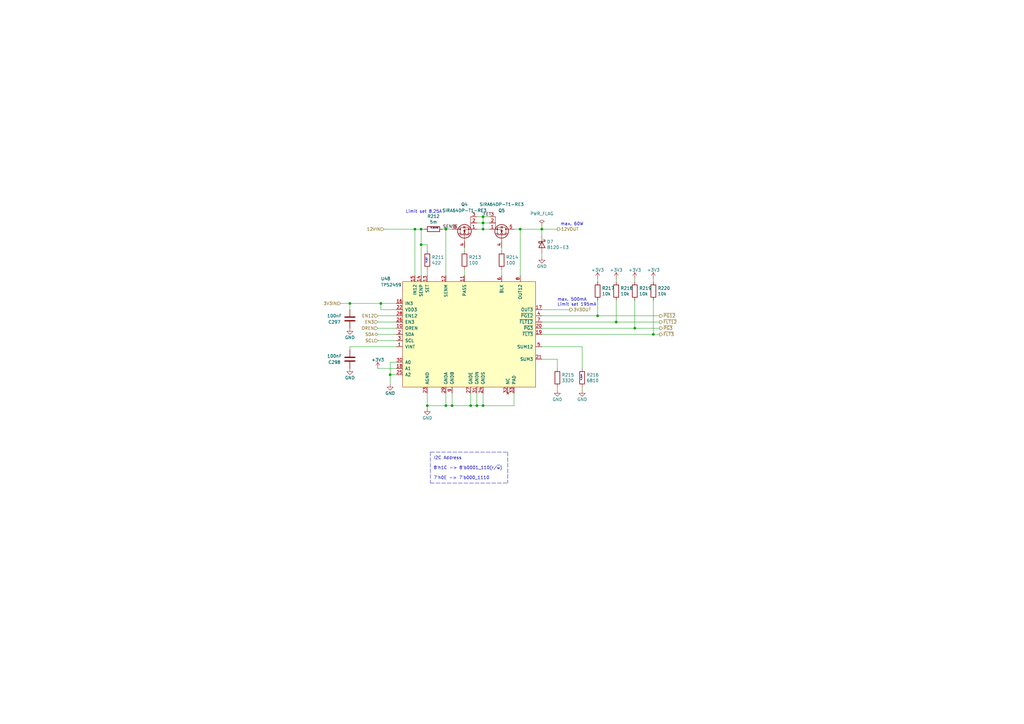
<source format=kicad_sch>
(kicad_sch (version 20211123) (generator eeschema)
  (paper "A3")
  (title_block (title "ATCA Template") (date "2023-01-05") (rev "1.0") (company "Karlsruhe Institute of Technology (KIT)") (comment 1 "Carsten Schmerbeck") (comment 2 "Luis Ardila") (comment 4 "Licensed under CERN-OHL-P v2"))
  (lib_symbols
    (symbol "Device:C" (pin_numbers hide) (pin_names (offset 0.254))
      (property "Reference" "C" (at 0.635 2.54 0))
      (property "Value" "C" (at 0.635 -2.54 0))
      (symbol "C_0_1"
        (polyline (pts (xy -2.032 -0.762) (xy 2.032 -0.762)) (stroke (width 0.508)))
        (polyline (pts (xy -2.032 0.762) (xy 2.032 0.762)) (stroke (width 0.508)))
      )
      (symbol "C_1_1"
        (pin passive line (at 0 3.81 270) (length 2.794) (name "~") (number "1"))
        (pin passive line (at 0 -3.81 90) (length 2.794) (name "~") (number "2"))
      )
    )
    (symbol "Device:R" (pin_numbers hide) (pin_names (offset 0))
      (property "Reference" "R" (at 2.032 0 90))
      (property "Value" "R" (at 0 0 90))
      (symbol "R_0_1"
        (rectangle (start -1.016 -2.54) (end 1.016 2.54) (stroke (width 0.254)))
      )
      (symbol "R_1_1"
        (pin passive line (at 0 3.81 270) (length 1.27) (name "~") (number "1"))
        (pin passive line (at 0 -3.81 90) (length 1.27) (name "~") (number "2"))
      )
    )
    (symbol "Diode:B120-E3" (pin_numbers hide) (pin_names hide)
      (property "Reference" "D" (at 0 2.54 0))
      (property "Value" "B120-E3" (at 0 -2.54 0))
      (symbol "B120-E3_0_1"
        (polyline (pts (xy 1.27 0) (xy -1.27 0)))
        (polyline (pts (xy 1.27 1.27) (xy 1.27 -1.27) (xy -1.27 0) (xy 1.27 1.27)) (stroke (width 0.254)))
        (polyline (pts (xy -1.905 0.635) (xy -1.905 1.27) (xy -1.27 1.27) (xy -1.27 -1.27) (xy -0.635 -1.27) (xy -0.635 -0.635)) (stroke (width 0.254)))
      )
      (symbol "B120-E3_1_1"
        (pin passive line (at -3.81 0 0) (length 2.54) (name "K") (number "1"))
        (pin passive line (at 3.81 0 180) (length 2.54) (name "A") (number "2"))
      )
    )
    (symbol "KIT_Power_Management:TPS2459" (pin_names (offset 1.016))
      (property "Reference" "U20" (at -6.35 10.16 0))
      (property "Value" "TPS2459" (at -6.35 7.62 0))
      (symbol "TPS2459_0_1"
        (rectangle (start 2.54 8.89) (end 57.15 -34.29) (fill (type background)))
      )
      (symbol "TPS2459_1_1"
        (pin passive line (at 0 -17.78 0) (length 2.54) (name "VINT") (number "1"))
        (pin input line (at 0 -10.16 0) (length 2.54) (name "OREN") (number "10"))
        (pin output line (at 27.94 11.43 270) (length 2.54) (name "PASS") (number "11"))
        (pin input line (at 20.32 11.43 270) (length 2.54) (name "SENM") (number "12"))
        (pin input line (at 12.7 11.43 270) (length 2.54) (name "SET") (number "13"))
        (pin input line (at 10.16 11.43 270) (length 2.54) (name "SENP") (number "14"))
        (pin input line (at 7.62 11.43 270) (length 2.54) (name "IN12") (number "15"))
        (pin input line (at 0 0 0) (length 2.54) (name "IN3") (number "16"))
        (pin power_out line (at 59.69 -2.54 180) (length 2.54) (name "OUT3") (number "17"))
        (pin input line (at 0 -26.67 0) (length 2.54) (name "A1") (number "18"))
        (pin open_collector line (at 59.69 -12.7 180) (length 2.54) (name "~{FLT3}") (number "19"))
        (pin bidirectional line (at 0 -12.7 0) (length 2.54) (name "SDA") (number "2"))
        (pin open_collector line (at 59.69 -10.16 180) (length 2.54) (name "~{PG3}") (number "20"))
        (pin bidirectional line (at 59.69 -22.86 180) (length 2.54) (name "SUM3") (number "21"))
        (pin power_in line (at 0 -2.54 0) (length 2.54) (name "VDD3") (number "22"))
        (pin power_in line (at 12.7 -36.83 90) (length 2.54) (name "AGND") (number "23"))
        (pin power_in line (at 35.56 -36.83 90) (length 2.54) (name "GNDS") (number "24"))
        (pin input line (at 0 -29.21 0) (length 2.54) (name "A2") (number "25"))
        (pin input line (at 0 -7.62 0) (length 2.54) (name "EN3") (number "26"))
        (pin power_in line (at 30.48 -36.83 90) (length 2.54) (name "GNDE") (number "27"))
        (pin input line (at 0 -5.08 0) (length 2.54) (name "EN12") (number "28"))
        (pin power_in line (at 20.32 -36.83 90) (length 2.54) (name "GNDA") (number "29"))
        (pin input line (at 0 -15.24 0) (length 2.54) (name "SCL") (number "3"))
        (pin input line (at 0 -24.13 0) (length 2.54) (name "A0") (number "30"))
        (pin power_in line (at 33.02 -36.83 90) (length 2.54) (name "GNDN") (number "31"))
        (pin no_connect line (at 45.72 -36.83 90) (length 2.54) (name "NC") (number "32"))
        (pin passive line (at 48.26 -36.83 90) (length 2.54) (name "PAD") (number "33"))
        (pin open_collector line (at 59.69 -5.08 180) (length 2.54) (name "~{PG12}") (number "4"))
        (pin bidirectional line (at 59.69 -17.78 180) (length 2.54) (name "SUM12") (number "5"))
        (pin output line (at 43.18 11.43 270) (length 2.54) (name "BLK") (number "6"))
        (pin open_collector line (at 59.69 -7.62 180) (length 2.54) (name "~{FLT12}") (number "7"))
        (pin passive line (at 50.8 11.43 270) (length 2.54) (name "OUT12") (number "8"))
        (pin power_in line (at 22.86 -36.83 90) (length 2.54) (name "GNDB") (number "9"))
      )
    )
    (symbol "KIT_Transistor_FET:SIRA64DP-T1-RE3" (pin_names (offset 0) hide)
      (property "Reference" "Q4" (at 0 12.7 90))
      (property "Value" "SIRA64DP-T1-RE3" (at 0 10.16 90))
      (symbol "SIRA64DP-T1-RE3_0_1"
        (polyline (pts (xy 0.254 0) (xy -2.54 0)))
        (polyline (pts (xy 0.254 1.905) (xy 0.254 -1.905)) (stroke (width 0.254)))
        (polyline (pts (xy 0.762 -1.27) (xy 0.762 -2.286)) (stroke (width 0.254)))
        (polyline (pts (xy 0.762 0.508) (xy 0.762 -0.508)) (stroke (width 0.254)))
        (polyline (pts (xy 0.762 2.286) (xy 0.762 1.27)) (stroke (width 0.254)))
        (polyline (pts (xy 2.54 2.54) (xy 2.54 1.778)))
        (polyline (pts (xy 2.54 -2.54) (xy 2.54 0) (xy 0.762 0)))
        (polyline (pts (xy 2.54 -2.54) (xy 5.08 -2.54) (xy 7.62 -2.54)))
        (polyline (pts (xy 0.762 -1.778) (xy 3.302 -1.778) (xy 3.302 1.778) (xy 0.762 1.778)))
        (polyline (pts (xy 1.016 0) (xy 2.032 0.381) (xy 2.032 -0.381) (xy 1.016 0)) (fill (type outline)))
        (polyline (pts (xy 2.794 0.508) (xy 2.921 0.381) (xy 3.683 0.381) (xy 3.81 0.254)))
        (polyline (pts (xy 3.302 0.381) (xy 2.921 -0.254) (xy 3.683 -0.254) (xy 3.302 0.381)))
        (circle (center 1.651 0) (radius 2.794) (stroke (width 0.254)))
        (circle (center 2.54 -1.778) (radius 0.254) (fill (type outline)))
        (circle (center 2.54 1.778) (radius 0.254) (fill (type outline)))
      )
      (symbol "SIRA64DP-T1-RE3_1_1"
        (pin passive line (at 2.54 -5.08 90) (length 2.54) (name "S") (number "1"))
        (pin passive line (at 5.08 -5.08 90) (length 2.54) (name "S") (number "2"))
        (pin passive line (at 7.62 -5.08 90) (length 2.54) (name "S") (number "3"))
        (pin input line (at -5.08 0 0) (length 2.54) (name "G") (number "4"))
        (pin passive line (at 2.54 5.08 270) (length 2.54) (name "D") (number "5"))
      )
    )
    (symbol "power:+3V3" (power) (pin_names (offset 0))
      (property "Value" "+3V3" (at 0 3.556 0))
      (symbol "+3V3_0_1"
        (polyline (pts (xy -0.762 1.27) (xy 0 2.54)))
        (polyline (pts (xy 0 0) (xy 0 2.54)))
        (polyline (pts (xy 0 2.54) (xy 0.762 1.27)))
      )
      (symbol "+3V3_1_1"
        (pin power_in line (at 0 0 90) (length 0) hide (name "+3V3") (number "1"))
      )
    )
    (symbol "power:GND" (power) (pin_names (offset 0))
      (property "Value" "GND" (at 0 -3.81 0))
      (symbol "GND_0_1"
        (polyline (pts (xy 0 0) (xy 0 -1.27) (xy 1.27 -1.27) (xy 0 -2.54) (xy -1.27 -1.27) (xy 0 -1.27)))
      )
      (symbol "GND_1_1"
        (pin power_in line (at 0 0 270) (length 0) hide (name "GND") (number "1"))
      )
    )
    (symbol "power:PWR_FLAG" (power) (pin_numbers hide) (pin_names (offset 0) hide)
      (property "Value" "PWR_FLAG" (at 0 3.81 0))
      (symbol "PWR_FLAG_0_0"
        (pin power_out line (at 0 0 90) (length 0) (name "pwr") (number "1"))
      )
      (symbol "PWR_FLAG_0_1"
        (polyline (pts (xy 0 0) (xy 0 1.27) (xy -1.016 1.905) (xy 0 2.54) (xy 1.016 1.905) (xy 0 1.27)))
      )
    )
  )
  (junction (at 172.72 93.98))
  (junction (at 160.02 153.67))
  (junction (at 182.88 166.37))
  (junction (at 175.26 166.37))
  (junction (at 198.12 166.37))
  (junction (at 185.42 166.37))
  (junction (at 213.36 93.98))
  (junction (at 195.58 166.37))
  (junction (at 198.12 93.98))
  (junction (at 170.18 93.98))
  (junction (at 198.12 91.44))
  (junction (at 267.97 137.16))
  (junction (at 222.25 93.98))
  (junction (at 143.51 124.46))
  (junction (at 260.35 134.62))
  (junction (at 193.04 166.37))
  (junction (at 156.21 124.46))
  (junction (at 198.12 88.9))
  (junction (at 245.11 129.54))
  (junction (at 182.88 93.98))
  (junction (at 252.73 132.08))
  (junction (at 172.72 100.33))
  (wire (pts (xy 172.72 100.33) (xy 172.72 113.03)))
  (wire (pts (xy 252.73 132.08) (xy 270.51 132.08)))
  (wire (pts (xy 210.82 93.98) (xy 213.36 93.98)))
  (wire (pts (xy 252.73 123.19) (xy 252.73 132.08)))
  (polyline (pts (xy 176.53 185.42) (xy 176.53 198.12)))
  (wire (pts (xy 185.42 161.29) (xy 185.42 166.37)))
  (wire (pts (xy 193.04 161.29) (xy 193.04 166.37)))
  (wire (pts (xy 154.94 139.7) (xy 162.56 139.7)))
  (wire (pts (xy 156.21 124.46) (xy 162.56 124.46)))
  (wire (pts (xy 195.58 88.9) (xy 198.12 88.9)))
  (wire (pts (xy 190.5 113.03) (xy 190.5 110.49)))
  (wire (pts (xy 162.56 151.13) (xy 154.94 151.13)))
  (wire (pts (xy 195.58 161.29) (xy 195.58 166.37)))
  (wire (pts (xy 222.25 132.08) (xy 252.73 132.08)))
  (wire (pts (xy 245.11 123.19) (xy 245.11 129.54)))
  (wire (pts (xy 175.26 166.37) (xy 175.26 167.64)))
  (polyline (pts (xy 176.53 185.42) (xy 208.28 185.42)))
  (wire (pts (xy 245.11 115.57) (xy 245.11 114.3)))
  (wire (pts (xy 222.25 93.98) (xy 228.6 93.98)))
  (wire (pts (xy 205.74 102.87) (xy 205.74 101.6)))
  (wire (pts (xy 252.73 114.3) (xy 252.73 115.57)))
  (wire (pts (xy 139.7 124.46) (xy 143.51 124.46)))
  (wire (pts (xy 195.58 91.44) (xy 198.12 91.44)))
  (wire (pts (xy 222.25 137.16) (xy 267.97 137.16)))
  (wire (pts (xy 162.56 127) (xy 156.21 127)))
  (wire (pts (xy 222.25 142.24) (xy 238.76 142.24)))
  (wire (pts (xy 160.02 157.48) (xy 160.02 153.67)))
  (wire (pts (xy 198.12 88.9) (xy 200.66 88.9)))
  (wire (pts (xy 222.25 92.71) (xy 222.25 93.98)))
  (wire (pts (xy 172.72 93.98) (xy 173.99 93.98)))
  (wire (pts (xy 198.12 91.44) (xy 198.12 93.98)))
  (wire (pts (xy 143.51 124.46) (xy 156.21 124.46)))
  (wire (pts (xy 222.25 105.41) (xy 222.25 104.14)))
  (wire (pts (xy 182.88 166.37) (xy 185.42 166.37)))
  (wire (pts (xy 170.18 113.03) (xy 170.18 93.98)))
  (wire (pts (xy 222.25 129.54) (xy 245.11 129.54)))
  (wire (pts (xy 260.35 115.57) (xy 260.35 114.3)))
  (wire (pts (xy 154.94 132.08) (xy 162.56 132.08)))
  (wire (pts (xy 154.94 129.54) (xy 162.56 129.54)))
  (wire (pts (xy 175.26 102.87) (xy 175.26 100.33)))
  (wire (pts (xy 198.12 161.29) (xy 198.12 166.37)))
  (wire (pts (xy 182.88 161.29) (xy 182.88 166.37)))
  (wire (pts (xy 182.88 93.98) (xy 181.61 93.98)))
  (wire (pts (xy 222.25 134.62) (xy 260.35 134.62)))
  (wire (pts (xy 198.12 166.37) (xy 210.82 166.37)))
  (wire (pts (xy 205.74 110.49) (xy 205.74 113.03)))
  (wire (pts (xy 245.11 129.54) (xy 270.51 129.54)))
  (wire (pts (xy 195.58 93.98) (xy 198.12 93.98)))
  (wire (pts (xy 185.42 166.37) (xy 193.04 166.37)))
  (wire (pts (xy 172.72 100.33) (xy 172.72 93.98)))
  (wire (pts (xy 198.12 88.9) (xy 198.12 91.44)))
  (polyline (pts (xy 208.28 185.42) (xy 208.28 198.12)))
  (wire (pts (xy 222.25 147.32) (xy 228.6 147.32)))
  (wire (pts (xy 238.76 142.24) (xy 238.76 151.13)))
  (wire (pts (xy 267.97 114.3) (xy 267.97 115.57)))
  (wire (pts (xy 200.66 91.44) (xy 198.12 91.44)))
  (wire (pts (xy 175.26 161.29) (xy 175.26 166.37)))
  (wire (pts (xy 238.76 160.02) (xy 238.76 158.75)))
  (wire (pts (xy 160.02 153.67) (xy 162.56 153.67)))
  (wire (pts (xy 160.02 148.59) (xy 162.56 148.59)))
  (wire (pts (xy 157.48 93.98) (xy 170.18 93.98)))
  (wire (pts (xy 170.18 93.98) (xy 172.72 93.98)))
  (wire (pts (xy 267.97 137.16) (xy 270.51 137.16)))
  (wire (pts (xy 172.72 100.33) (xy 175.26 100.33)))
  (wire (pts (xy 175.26 166.37) (xy 182.88 166.37)))
  (wire (pts (xy 162.56 142.24) (xy 143.51 142.24)))
  (wire (pts (xy 193.04 166.37) (xy 195.58 166.37)))
  (wire (pts (xy 267.97 123.19) (xy 267.97 137.16)))
  (wire (pts (xy 260.35 123.19) (xy 260.35 134.62)))
  (wire (pts (xy 154.94 137.16) (xy 162.56 137.16)))
  (wire (pts (xy 210.82 166.37) (xy 210.82 161.29)))
  (wire (pts (xy 154.94 134.62) (xy 162.56 134.62)))
  (wire (pts (xy 198.12 93.98) (xy 200.66 93.98)))
  (wire (pts (xy 175.26 113.03) (xy 175.26 110.49)))
  (wire (pts (xy 213.36 93.98) (xy 213.36 113.03)))
  (polyline (pts (xy 176.53 198.12) (xy 208.28 198.12)))
  (wire (pts (xy 160.02 153.67) (xy 160.02 148.59)))
  (wire (pts (xy 143.51 127) (xy 143.51 124.46)))
  (wire (pts (xy 228.6 147.32) (xy 228.6 151.13)))
  (wire (pts (xy 260.35 134.62) (xy 270.51 134.62)))
  (wire (pts (xy 195.58 166.37) (xy 198.12 166.37)))
  (wire (pts (xy 228.6 160.02) (xy 228.6 158.75)))
  (wire (pts (xy 190.5 102.87) (xy 190.5 101.6)))
  (wire (pts (xy 222.25 96.52) (xy 222.25 93.98)))
  (wire (pts (xy 213.36 93.98) (xy 222.25 93.98)))
  (wire (pts (xy 156.21 127) (xy 156.21 124.46)))
  (wire (pts (xy 182.88 93.98) (xy 182.88 113.03)))
  (wire (pts (xy 143.51 142.24) (xy 143.51 143.51)))
  (wire (pts (xy 222.25 127) (xy 233.68 127)))
  (wire (pts (xy 182.88 93.98) (xy 185.42 93.98)))
  (text "max. 60W" (at 229.87 92.71 0) (effects (font (size 1.27 1.27)) (justify left bottom)))
  (text "R_SET" (at 175.26 107.95 90) (effects (font (size 0.5 0.5)) (justify left bottom)))
  (text "R_SENSE" (at 176.53 93.98 0) (effects (font (size 0.5 0.5)) (justify left bottom)))
  (text "Limit set 8,25A" (at 166.37 87.63 0) (effects (font (size 1.27 1.27)) (justify left bottom)))
  (text "max. 500mA\nLimit set 195mA" (at 228.6 125.73 0) (effects (font (size 1.27 1.27)) (justify left bottom)))
  (text "R_SUM" (at 238.76 156.21 90) (effects (font (size 0.5 0.5)) (justify left bottom)))
  (text "I2C Address\n\n8'h1C -> 8'b0001_110(r/~{w})\n\n7'h0E -> 7'b000_1110\n" (at 177.8 196.85 0) (effects (font (size 1.27 1.27)) (justify left bottom)))
  (label "FET" (at 198.12 88.9 0))
  (label "SENSE" (at 181.61 93.98 0))
  (hierarchical_label "SDA" (shape bidirectional) (at 154.94 137.16 180))
  (hierarchical_label "3V3OUT" (shape output) (at 233.68 127 0))
  (hierarchical_label "3V3IN" (shape input) (at 139.7 124.46 180))
  (hierarchical_label "EN12" (shape input) (at 154.94 129.54 180))
  (hierarchical_label "~{PG12}" (shape output) (at 270.51 129.54 0))
  (hierarchical_label "12VIN" (shape input) (at 157.48 93.98 180))
  (hierarchical_label "~{FLT12}" (shape output) (at 270.51 132.08 0))
  (hierarchical_label "EN3" (shape input) (at 154.94 132.08 180))
  (hierarchical_label "~{FLT3}" (shape output) (at 270.51 137.16 0))
  (hierarchical_label "SCL" (shape input) (at 154.94 139.7 180))
  (hierarchical_label "12VOUT" (shape output) (at 228.6 93.98 0))
  (hierarchical_label "OREN" (shape input) (at 154.94 134.62 180))
  (hierarchical_label "~{PG3}" (shape output) (at 270.51 134.62 0))
  (symbol (lib_id "KIT_Power_Management:TPS2459") (at 162.56 124.46 0) (unit 1)
    (property "Reference" "U48" (at 156.21 114.3 0) (effects (justify left)))
    (property "Value" "TPS2459" (at 156.21 116.84 0) (effects (justify left)))
    (property "Footprint" "KIT_Package_DFN_QFN:QFN-32-1EP_5x5mm_P0.5mm_EP3.45x3.45mm_larger_ThermalVias" (effects hide))
    (property "Datasheet" "https://www.ti.com/lit/ds/symlink/tps2459.pdf" (effects hide))
    (property "digikey#" "296-24211-1-ND" (effects hide))
    (property "manf#" "TPS2459RHBT" (effects hide))
    (property "manf" "Texas Instruments" (effects hide))
    (property "stock" "Order from Rochester Electronics" (effects hide))
  )
  (symbol (lib_id "Device:R") (at 175.26 106.68 0) (unit 1)
    (property "Reference" "R211" (at 177.038 105.5116 0) (effects (justify left)))
    (property "Value" "422" (at 177.038 107.823 0) (effects (justify left)))
    (property "Footprint" "Resistor_SMD:R_0402_1005Metric" (effects hide))
    (property "digikey#" "RMCF0402FT422RCT-ND" (effects hide))
    (property "manf" "Stackpole Electronics Inc" (effects hide))
    (property "manf#" "RMCF0402FT422R" (effects hide))
  )
  (symbol (lib_id "Device:R") (at 190.5 106.68 0) (unit 1)
    (property "Reference" "R213" (at 192.278 105.5116 0) (effects (justify left)))
    (property "Value" "100" (at 192.278 107.823 0) (effects (justify left)))
    (property "Footprint" "Resistor_SMD:R_0402_1005Metric" (effects hide))
    (property "digikey#" "A129615CT-ND" (effects hide))
    (property "manf" "TE" (effects hide))
    (property "manf#" "CRGCQ0402F100R" (effects hide))
    (property "stock" "AVT-IPE" (effects hide))
  )
  (symbol (lib_id "power:GND") (at 222.25 105.41 0) (unit 1)
    (property "Reference" "#PWR0800" (effects hide))
    (property "Value" "GND" (at 222.25 109.22 0))
  )
  (symbol (lib_id "Device:R") (at 238.76 154.94 180) (unit 1)
    (property "Reference" "R216" (at 240.538 153.7716 0) (effects (justify right)))
    (property "Value" "6810" (at 240.538 156.083 0) (effects (justify right)))
    (property "Footprint" "Resistor_SMD:R_0402_1005Metric" (effects hide))
    (property "digikey#" "RMCF0402FT6K81CT-ND" (effects hide))
    (property "manf" "Stackpole Electronics Inc" (effects hide))
    (property "manf#" "RMCF0402FT6K81" (effects hide))
  )
  (symbol (lib_id "Device:R") (at 228.6 154.94 0) (unit 1)
    (property "Reference" "R215" (at 230.378 153.7716 0) (effects (justify left)))
    (property "Value" "3320" (at 230.378 156.083 0) (effects (justify left)))
    (property "Footprint" "Resistor_SMD:R_0402_1005Metric" (effects hide))
    (property "digikey#" "541-4093-1-ND" (effects hide))
    (property "manf" "Vishay Dale" (effects hide))
    (property "manf#" "CRCW04023K32FKEDC" (effects hide))
  )
  (symbol (lib_id "power:GND") (at 228.6 160.02 0) (unit 1)
    (property "Reference" "#PWR0801" (effects hide))
    (property "Value" "GND" (at 228.6 163.83 0))
  )
  (symbol (lib_id "power:GND") (at 238.76 160.02 0) (unit 1)
    (property "Reference" "#PWR0802" (effects hide))
    (property "Value" "GND" (at 238.76 163.83 0))
  )
  (symbol (lib_id "power:GND") (at 143.51 134.62 0) (unit 1)
    (property "Reference" "#PWR0795" (effects hide))
    (property "Value" "GND" (at 143.51 138.43 0))
  )
  (symbol (lib_id "power:GND") (at 143.51 151.13 0) (unit 1)
    (property "Reference" "#PWR0796" (effects hide))
    (property "Value" "GND" (at 143.51 154.94 0))
  )
  (symbol (lib_id "power:GND") (at 175.26 167.64 0) (unit 1)
    (property "Reference" "#PWR0799" (effects hide))
    (property "Value" "GND" (at 175.26 171.45 0))
  )
  (symbol (lib_id "power:+3V3") (at 154.94 151.13 0) (unit 1)
    (property "Reference" "#PWR0797" (effects hide))
    (property "Value" "+3V3" (at 154.94 147.574 0))
  )
  (symbol (lib_id "power:GND") (at 160.02 157.48 0) (unit 1)
    (property "Reference" "#PWR0798" (effects hide))
    (property "Value" "GND" (at 160.02 161.29 0))
  )
  (symbol (lib_id "Device:R") (at 205.74 106.68 0) (unit 1)
    (property "Reference" "R214" (at 207.518 105.5116 0) (effects (justify left)))
    (property "Value" "100" (at 207.518 107.823 0) (effects (justify left)))
    (property "Footprint" "Resistor_SMD:R_0402_1005Metric" (effects hide))
    (property "digikey#" "A129615CT-ND" (effects hide))
    (property "manf" "TE" (effects hide))
    (property "manf#" "CRGCQ0402F100R" (effects hide))
    (property "stock" "AVT-IPE" (effects hide))
  )
  (symbol (lib_id "Device:R") (at 177.8 93.98 270) (unit 1)
    (property "Reference" "R212" (at 177.8 88.7222 90))
    (property "Value" "5m" (at 177.8 91.0336 90))
    (property "Footprint" "Resistor_SMD:R_2512_6332Metric" (effects hide))
    (property "Datasheet" "https://www.te.com/commerce/DocumentDelivery/DDEController?Action=srchrtrv&DocNm=1773449-4&DocType=DS&DocLang=English" (effects hide))
    (property "digikey#" "1712-TLRP3A30DR005FTECT-ND" (effects hide))
    (property "manf" "TE" (effects hide))
    (property "manf#" "TLRP3A30DR005FTE" (effects hide))
    (property "stock" "Box: 50" (effects hide))
  )
  (symbol (lib_id "Diode:B120-E3") (at 222.25 100.33 270) (unit 1)
    (property "Reference" "D7" (at 224.282 99.1616 90) (effects (justify left)))
    (property "Value" "B120-E3" (at 224.282 101.473 90) (effects (justify left)))
    (property "Footprint" "Diode_SMD:D_SMA" (effects hide))
    (property "Datasheet" "http://www.vishay.com/docs/88946/b120.pdf" (effects hide))
    (property "digikey#" "B120-E3/61TGICT-ND" (effects hide))
    (property "manf" "Vishay" (effects hide))
    (property "manf#" "B120-E3/61T" (effects hide))
    (property "stock" "Box: 100" (effects hide))
  )
  (symbol (lib_id "Device:R") (at 245.11 119.38 0) (unit 1)
    (property "Reference" "R217" (at 246.888 118.2116 0) (effects (justify left)))
    (property "Value" "10k" (at 246.888 120.523 0) (effects (justify left)))
    (property "Footprint" "Resistor_SMD:R_0402_1005Metric" (effects hide))
    (property "stock" "AVT-IPE" (effects hide))
    (property "digikey#" "A129639CT-ND" (effects hide))
    (property "manf" "TE" (effects hide))
    (property "manf#" "CRGCQ0402F10K" (effects hide))
  )
  (symbol (lib_id "power:+3V3") (at 245.11 114.3 0) (unit 1)
    (property "Reference" "#PWR0803" (effects hide))
    (property "Value" "+3V3" (at 245.11 110.744 0))
  )
  (symbol (lib_id "Device:R") (at 252.73 119.38 0) (unit 1)
    (property "Reference" "R218" (at 254.508 118.2116 0) (effects (justify left)))
    (property "Value" "10k" (at 254.508 120.523 0) (effects (justify left)))
    (property "Footprint" "Resistor_SMD:R_0402_1005Metric" (effects hide))
    (property "stock" "AVT-IPE" (effects hide))
    (property "digikey#" "A129639CT-ND" (effects hide))
    (property "manf" "TE" (effects hide))
    (property "manf#" "CRGCQ0402F10K" (effects hide))
  )
  (symbol (lib_id "power:+3V3") (at 252.73 114.3 0) (unit 1)
    (property "Reference" "#PWR0804" (effects hide))
    (property "Value" "+3V3" (at 252.73 110.744 0))
  )
  (symbol (lib_id "Device:R") (at 260.35 119.38 0) (unit 1)
    (property "Reference" "R219" (at 262.128 118.2116 0) (effects (justify left)))
    (property "Value" "10k" (at 262.128 120.523 0) (effects (justify left)))
    (property "Footprint" "Resistor_SMD:R_0402_1005Metric" (effects hide))
    (property "stock" "AVT-IPE" (effects hide))
    (property "digikey#" "A129639CT-ND" (effects hide))
    (property "manf" "TE" (effects hide))
    (property "manf#" "CRGCQ0402F10K" (effects hide))
  )
  (symbol (lib_id "power:+3V3") (at 260.35 114.3 0) (unit 1)
    (property "Reference" "#PWR0805" (effects hide))
    (property "Value" "+3V3" (at 260.35 110.744 0))
  )
  (symbol (lib_id "Device:R") (at 267.97 119.38 0) (unit 1)
    (property "Reference" "R220" (at 269.748 118.2116 0) (effects (justify left)))
    (property "Value" "10k" (at 269.748 120.523 0) (effects (justify left)))
    (property "Footprint" "Resistor_SMD:R_0402_1005Metric" (effects hide))
    (property "stock" "AVT-IPE" (effects hide))
    (property "digikey#" "A129639CT-ND" (effects hide))
    (property "manf" "TE" (effects hide))
    (property "manf#" "CRGCQ0402F10K" (effects hide))
  )
  (symbol (lib_id "power:+3V3") (at 267.97 114.3 0) (unit 1)
    (property "Reference" "#PWR0806" (effects hide))
    (property "Value" "+3V3" (at 267.97 110.744 0))
  )
  (symbol (lib_id "Device:C") (at 143.51 147.32 0) (mirror y) (unit 1)
    (property "Reference" "C298" (at 137.16 148.59 0))
    (property "Value" "100nF" (at 137.16 146.05 0))
    (property "Footprint" "Capacitor_SMD:C_0402_1005Metric" (effects hide))
    (property "stock" "AVT-IPE" (effects hide))
    (property "voltage" "16 V" (effects hide))
  )
  (symbol (lib_id "KIT_Transistor_FET:SIRA64DP-T1-RE3") (at 190.5 96.52 90) (unit 1)
    (property "Reference" "Q4" (at 190.5 83.82 90))
    (property "Value" "SIRA64DP-T1-RE3" (at 190.5 86.36 90))
    (property "Footprint" "Package_SO:PowerPAK_SO-8_Single" (effects hide))
    (property "Datasheet" "https://www.vishay.com/docs/62987/sira64dp.pdf" (effects hide))
    (property "digikey#" "SIRA64DP-T1-RE3CT-ND" (effects hide))
    (property "manf#" "SIRA64DP-T1-RE3" (effects hide))
    (property "manf" "Vishay" (effects hide))
    (property "stock" "Box: 44" (effects hide))
  )
  (symbol (lib_id "power:PWR_FLAG") (at 222.25 92.71 0) (unit 1)
    (property "Reference" "#FLG0108" (effects hide))
    (property "Value" "PWR_FLAG" (at 222.25 87.63 0))
  )
  (symbol (lib_id "KIT_Transistor_FET:SIRA64DP-T1-RE3") (at 205.74 96.52 270) (mirror x) (unit 1)
    (property "Reference" "Q5" (at 205.74 86.36 90))
    (property "Value" "SIRA64DP-T1-RE3" (at 205.74 83.82 90))
    (property "Footprint" "Package_SO:PowerPAK_SO-8_Single" (effects hide))
    (property "Datasheet" "https://www.vishay.com/docs/62987/sira64dp.pdf" (effects hide))
    (property "digikey#" "SIRA64DP-T1-RE3CT-ND" (effects hide))
    (property "manf#" "SIRA64DP-T1-RE3" (effects hide))
    (property "manf" "Vishay" (effects hide))
    (property "stock" "Box: 44" (effects hide))
  )
  (symbol (lib_id "Device:C") (at 143.51 130.81 0) (mirror y) (unit 1)
    (property "Reference" "C297" (at 137.16 132.08 0))
    (property "Value" "100nF" (at 137.16 129.54 0))
    (property "Footprint" "Capacitor_SMD:C_0402_1005Metric" (effects hide))
    (property "stock" "AVT-IPE" (effects hide))
    (property "voltage" "16 V" (effects hide))
  )
)
</source>
